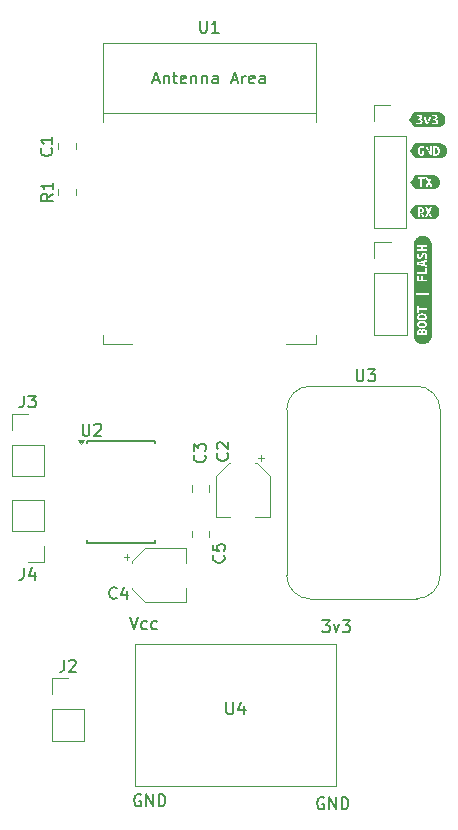
<source format=gbr>
%TF.GenerationSoftware,KiCad,Pcbnew,9.0.2-9.0.2-0~ubuntu24.04.1*%
%TF.CreationDate,2025-06-12T20:24:44+02:00*%
%TF.ProjectId,PCB_Robot,5043425f-526f-4626-9f74-2e6b69636164,rev?*%
%TF.SameCoordinates,Original*%
%TF.FileFunction,Legend,Top*%
%TF.FilePolarity,Positive*%
%FSLAX46Y46*%
G04 Gerber Fmt 4.6, Leading zero omitted, Abs format (unit mm)*
G04 Created by KiCad (PCBNEW 9.0.2-9.0.2-0~ubuntu24.04.1) date 2025-06-12 20:24:44*
%MOMM*%
%LPD*%
G01*
G04 APERTURE LIST*
%ADD10C,0.160000*%
%ADD11C,0.000000*%
%ADD12C,0.120000*%
%ADD13C,0.100000*%
%ADD14C,0.150000*%
G04 APERTURE END LIST*
D10*
X132188095Y-72664299D02*
X132188095Y-73473822D01*
X132188095Y-73473822D02*
X132235714Y-73569060D01*
X132235714Y-73569060D02*
X132283333Y-73616680D01*
X132283333Y-73616680D02*
X132378571Y-73664299D01*
X132378571Y-73664299D02*
X132569047Y-73664299D01*
X132569047Y-73664299D02*
X132664285Y-73616680D01*
X132664285Y-73616680D02*
X132711904Y-73569060D01*
X132711904Y-73569060D02*
X132759523Y-73473822D01*
X132759523Y-73473822D02*
X132759523Y-72664299D01*
X133759523Y-73664299D02*
X133188095Y-73664299D01*
X133473809Y-73664299D02*
X133473809Y-72664299D01*
X133473809Y-72664299D02*
X133378571Y-72807156D01*
X133378571Y-72807156D02*
X133283333Y-72902394D01*
X133283333Y-72902394D02*
X133188095Y-72950013D01*
X128188094Y-77678584D02*
X128664284Y-77678584D01*
X128092856Y-77964299D02*
X128426189Y-76964299D01*
X128426189Y-76964299D02*
X128759522Y-77964299D01*
X129092856Y-77297632D02*
X129092856Y-77964299D01*
X129092856Y-77392870D02*
X129140475Y-77345251D01*
X129140475Y-77345251D02*
X129235713Y-77297632D01*
X129235713Y-77297632D02*
X129378570Y-77297632D01*
X129378570Y-77297632D02*
X129473808Y-77345251D01*
X129473808Y-77345251D02*
X129521427Y-77440489D01*
X129521427Y-77440489D02*
X129521427Y-77964299D01*
X129854761Y-77297632D02*
X130235713Y-77297632D01*
X129997618Y-76964299D02*
X129997618Y-77821441D01*
X129997618Y-77821441D02*
X130045237Y-77916680D01*
X130045237Y-77916680D02*
X130140475Y-77964299D01*
X130140475Y-77964299D02*
X130235713Y-77964299D01*
X130949999Y-77916680D02*
X130854761Y-77964299D01*
X130854761Y-77964299D02*
X130664285Y-77964299D01*
X130664285Y-77964299D02*
X130569047Y-77916680D01*
X130569047Y-77916680D02*
X130521428Y-77821441D01*
X130521428Y-77821441D02*
X130521428Y-77440489D01*
X130521428Y-77440489D02*
X130569047Y-77345251D01*
X130569047Y-77345251D02*
X130664285Y-77297632D01*
X130664285Y-77297632D02*
X130854761Y-77297632D01*
X130854761Y-77297632D02*
X130949999Y-77345251D01*
X130949999Y-77345251D02*
X130997618Y-77440489D01*
X130997618Y-77440489D02*
X130997618Y-77535727D01*
X130997618Y-77535727D02*
X130521428Y-77630965D01*
X131426190Y-77297632D02*
X131426190Y-77964299D01*
X131426190Y-77392870D02*
X131473809Y-77345251D01*
X131473809Y-77345251D02*
X131569047Y-77297632D01*
X131569047Y-77297632D02*
X131711904Y-77297632D01*
X131711904Y-77297632D02*
X131807142Y-77345251D01*
X131807142Y-77345251D02*
X131854761Y-77440489D01*
X131854761Y-77440489D02*
X131854761Y-77964299D01*
X132330952Y-77297632D02*
X132330952Y-77964299D01*
X132330952Y-77392870D02*
X132378571Y-77345251D01*
X132378571Y-77345251D02*
X132473809Y-77297632D01*
X132473809Y-77297632D02*
X132616666Y-77297632D01*
X132616666Y-77297632D02*
X132711904Y-77345251D01*
X132711904Y-77345251D02*
X132759523Y-77440489D01*
X132759523Y-77440489D02*
X132759523Y-77964299D01*
X133664285Y-77964299D02*
X133664285Y-77440489D01*
X133664285Y-77440489D02*
X133616666Y-77345251D01*
X133616666Y-77345251D02*
X133521428Y-77297632D01*
X133521428Y-77297632D02*
X133330952Y-77297632D01*
X133330952Y-77297632D02*
X133235714Y-77345251D01*
X133664285Y-77916680D02*
X133569047Y-77964299D01*
X133569047Y-77964299D02*
X133330952Y-77964299D01*
X133330952Y-77964299D02*
X133235714Y-77916680D01*
X133235714Y-77916680D02*
X133188095Y-77821441D01*
X133188095Y-77821441D02*
X133188095Y-77726203D01*
X133188095Y-77726203D02*
X133235714Y-77630965D01*
X133235714Y-77630965D02*
X133330952Y-77583346D01*
X133330952Y-77583346D02*
X133569047Y-77583346D01*
X133569047Y-77583346D02*
X133664285Y-77535727D01*
X134854762Y-77678584D02*
X135330952Y-77678584D01*
X134759524Y-77964299D02*
X135092857Y-76964299D01*
X135092857Y-76964299D02*
X135426190Y-77964299D01*
X135759524Y-77964299D02*
X135759524Y-77297632D01*
X135759524Y-77488108D02*
X135807143Y-77392870D01*
X135807143Y-77392870D02*
X135854762Y-77345251D01*
X135854762Y-77345251D02*
X135950000Y-77297632D01*
X135950000Y-77297632D02*
X136045238Y-77297632D01*
X136759524Y-77916680D02*
X136664286Y-77964299D01*
X136664286Y-77964299D02*
X136473810Y-77964299D01*
X136473810Y-77964299D02*
X136378572Y-77916680D01*
X136378572Y-77916680D02*
X136330953Y-77821441D01*
X136330953Y-77821441D02*
X136330953Y-77440489D01*
X136330953Y-77440489D02*
X136378572Y-77345251D01*
X136378572Y-77345251D02*
X136473810Y-77297632D01*
X136473810Y-77297632D02*
X136664286Y-77297632D01*
X136664286Y-77297632D02*
X136759524Y-77345251D01*
X136759524Y-77345251D02*
X136807143Y-77440489D01*
X136807143Y-77440489D02*
X136807143Y-77535727D01*
X136807143Y-77535727D02*
X136330953Y-77630965D01*
X137664286Y-77964299D02*
X137664286Y-77440489D01*
X137664286Y-77440489D02*
X137616667Y-77345251D01*
X137616667Y-77345251D02*
X137521429Y-77297632D01*
X137521429Y-77297632D02*
X137330953Y-77297632D01*
X137330953Y-77297632D02*
X137235715Y-77345251D01*
X137664286Y-77916680D02*
X137569048Y-77964299D01*
X137569048Y-77964299D02*
X137330953Y-77964299D01*
X137330953Y-77964299D02*
X137235715Y-77916680D01*
X137235715Y-77916680D02*
X137188096Y-77821441D01*
X137188096Y-77821441D02*
X137188096Y-77726203D01*
X137188096Y-77726203D02*
X137235715Y-77630965D01*
X137235715Y-77630965D02*
X137330953Y-77583346D01*
X137330953Y-77583346D02*
X137569048Y-77583346D01*
X137569048Y-77583346D02*
X137664286Y-77535727D01*
X134411095Y-130381299D02*
X134411095Y-131190822D01*
X134411095Y-131190822D02*
X134458714Y-131286060D01*
X134458714Y-131286060D02*
X134506333Y-131333680D01*
X134506333Y-131333680D02*
X134601571Y-131381299D01*
X134601571Y-131381299D02*
X134792047Y-131381299D01*
X134792047Y-131381299D02*
X134887285Y-131333680D01*
X134887285Y-131333680D02*
X134934904Y-131286060D01*
X134934904Y-131286060D02*
X134982523Y-131190822D01*
X134982523Y-131190822D02*
X134982523Y-130381299D01*
X135887285Y-130714632D02*
X135887285Y-131381299D01*
X135649190Y-130333680D02*
X135411095Y-131047965D01*
X135411095Y-131047965D02*
X136030142Y-131047965D01*
X142533120Y-123438299D02*
X143152167Y-123438299D01*
X143152167Y-123438299D02*
X142818834Y-123819251D01*
X142818834Y-123819251D02*
X142961691Y-123819251D01*
X142961691Y-123819251D02*
X143056929Y-123866870D01*
X143056929Y-123866870D02*
X143104548Y-123914489D01*
X143104548Y-123914489D02*
X143152167Y-124009727D01*
X143152167Y-124009727D02*
X143152167Y-124247822D01*
X143152167Y-124247822D02*
X143104548Y-124343060D01*
X143104548Y-124343060D02*
X143056929Y-124390680D01*
X143056929Y-124390680D02*
X142961691Y-124438299D01*
X142961691Y-124438299D02*
X142675977Y-124438299D01*
X142675977Y-124438299D02*
X142580739Y-124390680D01*
X142580739Y-124390680D02*
X142533120Y-124343060D01*
X143485501Y-123771632D02*
X143723596Y-124438299D01*
X143723596Y-124438299D02*
X143961691Y-123771632D01*
X144247406Y-123438299D02*
X144866453Y-123438299D01*
X144866453Y-123438299D02*
X144533120Y-123819251D01*
X144533120Y-123819251D02*
X144675977Y-123819251D01*
X144675977Y-123819251D02*
X144771215Y-123866870D01*
X144771215Y-123866870D02*
X144818834Y-123914489D01*
X144818834Y-123914489D02*
X144866453Y-124009727D01*
X144866453Y-124009727D02*
X144866453Y-124247822D01*
X144866453Y-124247822D02*
X144818834Y-124343060D01*
X144818834Y-124343060D02*
X144771215Y-124390680D01*
X144771215Y-124390680D02*
X144675977Y-124438299D01*
X144675977Y-124438299D02*
X144390263Y-124438299D01*
X144390263Y-124438299D02*
X144295025Y-124390680D01*
X144295025Y-124390680D02*
X144247406Y-124343060D01*
X142644167Y-138471918D02*
X142548929Y-138424299D01*
X142548929Y-138424299D02*
X142406072Y-138424299D01*
X142406072Y-138424299D02*
X142263215Y-138471918D01*
X142263215Y-138471918D02*
X142167977Y-138567156D01*
X142167977Y-138567156D02*
X142120358Y-138662394D01*
X142120358Y-138662394D02*
X142072739Y-138852870D01*
X142072739Y-138852870D02*
X142072739Y-138995727D01*
X142072739Y-138995727D02*
X142120358Y-139186203D01*
X142120358Y-139186203D02*
X142167977Y-139281441D01*
X142167977Y-139281441D02*
X142263215Y-139376680D01*
X142263215Y-139376680D02*
X142406072Y-139424299D01*
X142406072Y-139424299D02*
X142501310Y-139424299D01*
X142501310Y-139424299D02*
X142644167Y-139376680D01*
X142644167Y-139376680D02*
X142691786Y-139329060D01*
X142691786Y-139329060D02*
X142691786Y-138995727D01*
X142691786Y-138995727D02*
X142501310Y-138995727D01*
X143120358Y-139424299D02*
X143120358Y-138424299D01*
X143120358Y-138424299D02*
X143691786Y-139424299D01*
X143691786Y-139424299D02*
X143691786Y-138424299D01*
X144167977Y-139424299D02*
X144167977Y-138424299D01*
X144167977Y-138424299D02*
X144406072Y-138424299D01*
X144406072Y-138424299D02*
X144548929Y-138471918D01*
X144548929Y-138471918D02*
X144644167Y-138567156D01*
X144644167Y-138567156D02*
X144691786Y-138662394D01*
X144691786Y-138662394D02*
X144739405Y-138852870D01*
X144739405Y-138852870D02*
X144739405Y-138995727D01*
X144739405Y-138995727D02*
X144691786Y-139186203D01*
X144691786Y-139186203D02*
X144644167Y-139281441D01*
X144644167Y-139281441D02*
X144548929Y-139376680D01*
X144548929Y-139376680D02*
X144406072Y-139424299D01*
X144406072Y-139424299D02*
X144167977Y-139424299D01*
X127150167Y-138217918D02*
X127054929Y-138170299D01*
X127054929Y-138170299D02*
X126912072Y-138170299D01*
X126912072Y-138170299D02*
X126769215Y-138217918D01*
X126769215Y-138217918D02*
X126673977Y-138313156D01*
X126673977Y-138313156D02*
X126626358Y-138408394D01*
X126626358Y-138408394D02*
X126578739Y-138598870D01*
X126578739Y-138598870D02*
X126578739Y-138741727D01*
X126578739Y-138741727D02*
X126626358Y-138932203D01*
X126626358Y-138932203D02*
X126673977Y-139027441D01*
X126673977Y-139027441D02*
X126769215Y-139122680D01*
X126769215Y-139122680D02*
X126912072Y-139170299D01*
X126912072Y-139170299D02*
X127007310Y-139170299D01*
X127007310Y-139170299D02*
X127150167Y-139122680D01*
X127150167Y-139122680D02*
X127197786Y-139075060D01*
X127197786Y-139075060D02*
X127197786Y-138741727D01*
X127197786Y-138741727D02*
X127007310Y-138741727D01*
X127626358Y-139170299D02*
X127626358Y-138170299D01*
X127626358Y-138170299D02*
X128197786Y-139170299D01*
X128197786Y-139170299D02*
X128197786Y-138170299D01*
X128673977Y-139170299D02*
X128673977Y-138170299D01*
X128673977Y-138170299D02*
X128912072Y-138170299D01*
X128912072Y-138170299D02*
X129054929Y-138217918D01*
X129054929Y-138217918D02*
X129150167Y-138313156D01*
X129150167Y-138313156D02*
X129197786Y-138408394D01*
X129197786Y-138408394D02*
X129245405Y-138598870D01*
X129245405Y-138598870D02*
X129245405Y-138741727D01*
X129245405Y-138741727D02*
X129197786Y-138932203D01*
X129197786Y-138932203D02*
X129150167Y-139027441D01*
X129150167Y-139027441D02*
X129054929Y-139122680D01*
X129054929Y-139122680D02*
X128912072Y-139170299D01*
X128912072Y-139170299D02*
X128673977Y-139170299D01*
X126229501Y-123184299D02*
X126562834Y-124184299D01*
X126562834Y-124184299D02*
X126896167Y-123184299D01*
X127658072Y-124136680D02*
X127562834Y-124184299D01*
X127562834Y-124184299D02*
X127372358Y-124184299D01*
X127372358Y-124184299D02*
X127277120Y-124136680D01*
X127277120Y-124136680D02*
X127229501Y-124089060D01*
X127229501Y-124089060D02*
X127181882Y-123993822D01*
X127181882Y-123993822D02*
X127181882Y-123708108D01*
X127181882Y-123708108D02*
X127229501Y-123612870D01*
X127229501Y-123612870D02*
X127277120Y-123565251D01*
X127277120Y-123565251D02*
X127372358Y-123517632D01*
X127372358Y-123517632D02*
X127562834Y-123517632D01*
X127562834Y-123517632D02*
X127658072Y-123565251D01*
X128515215Y-124136680D02*
X128419977Y-124184299D01*
X128419977Y-124184299D02*
X128229501Y-124184299D01*
X128229501Y-124184299D02*
X128134263Y-124136680D01*
X128134263Y-124136680D02*
X128086644Y-124089060D01*
X128086644Y-124089060D02*
X128039025Y-123993822D01*
X128039025Y-123993822D02*
X128039025Y-123708108D01*
X128039025Y-123708108D02*
X128086644Y-123612870D01*
X128086644Y-123612870D02*
X128134263Y-123565251D01*
X128134263Y-123565251D02*
X128229501Y-123517632D01*
X128229501Y-123517632D02*
X128419977Y-123517632D01*
X128419977Y-123517632D02*
X128515215Y-123565251D01*
X145440495Y-102171899D02*
X145440495Y-102981422D01*
X145440495Y-102981422D02*
X145488114Y-103076660D01*
X145488114Y-103076660D02*
X145535733Y-103124280D01*
X145535733Y-103124280D02*
X145630971Y-103171899D01*
X145630971Y-103171899D02*
X145821447Y-103171899D01*
X145821447Y-103171899D02*
X145916685Y-103124280D01*
X145916685Y-103124280D02*
X145964304Y-103076660D01*
X145964304Y-103076660D02*
X146011923Y-102981422D01*
X146011923Y-102981422D02*
X146011923Y-102171899D01*
X146392876Y-102171899D02*
X147011923Y-102171899D01*
X147011923Y-102171899D02*
X146678590Y-102552851D01*
X146678590Y-102552851D02*
X146821447Y-102552851D01*
X146821447Y-102552851D02*
X146916685Y-102600470D01*
X146916685Y-102600470D02*
X146964304Y-102648089D01*
X146964304Y-102648089D02*
X147011923Y-102743327D01*
X147011923Y-102743327D02*
X147011923Y-102981422D01*
X147011923Y-102981422D02*
X146964304Y-103076660D01*
X146964304Y-103076660D02*
X146916685Y-103124280D01*
X146916685Y-103124280D02*
X146821447Y-103171899D01*
X146821447Y-103171899D02*
X146535733Y-103171899D01*
X146535733Y-103171899D02*
X146440495Y-103124280D01*
X146440495Y-103124280D02*
X146392876Y-103076660D01*
X134166260Y-117921066D02*
X134213880Y-117968685D01*
X134213880Y-117968685D02*
X134261499Y-118111542D01*
X134261499Y-118111542D02*
X134261499Y-118206780D01*
X134261499Y-118206780D02*
X134213880Y-118349637D01*
X134213880Y-118349637D02*
X134118641Y-118444875D01*
X134118641Y-118444875D02*
X134023403Y-118492494D01*
X134023403Y-118492494D02*
X133832927Y-118540113D01*
X133832927Y-118540113D02*
X133690070Y-118540113D01*
X133690070Y-118540113D02*
X133499594Y-118492494D01*
X133499594Y-118492494D02*
X133404356Y-118444875D01*
X133404356Y-118444875D02*
X133309118Y-118349637D01*
X133309118Y-118349637D02*
X133261499Y-118206780D01*
X133261499Y-118206780D02*
X133261499Y-118111542D01*
X133261499Y-118111542D02*
X133309118Y-117968685D01*
X133309118Y-117968685D02*
X133356737Y-117921066D01*
X133261499Y-117016304D02*
X133261499Y-117492494D01*
X133261499Y-117492494D02*
X133737689Y-117540113D01*
X133737689Y-117540113D02*
X133690070Y-117492494D01*
X133690070Y-117492494D02*
X133642451Y-117397256D01*
X133642451Y-117397256D02*
X133642451Y-117159161D01*
X133642451Y-117159161D02*
X133690070Y-117063923D01*
X133690070Y-117063923D02*
X133737689Y-117016304D01*
X133737689Y-117016304D02*
X133832927Y-116968685D01*
X133832927Y-116968685D02*
X134071022Y-116968685D01*
X134071022Y-116968685D02*
X134166260Y-117016304D01*
X134166260Y-117016304D02*
X134213880Y-117063923D01*
X134213880Y-117063923D02*
X134261499Y-117159161D01*
X134261499Y-117159161D02*
X134261499Y-117397256D01*
X134261499Y-117397256D02*
X134213880Y-117492494D01*
X134213880Y-117492494D02*
X134166260Y-117540113D01*
X117266666Y-104399299D02*
X117266666Y-105113584D01*
X117266666Y-105113584D02*
X117219047Y-105256441D01*
X117219047Y-105256441D02*
X117123809Y-105351680D01*
X117123809Y-105351680D02*
X116980952Y-105399299D01*
X116980952Y-105399299D02*
X116885714Y-105399299D01*
X117647619Y-104399299D02*
X118266666Y-104399299D01*
X118266666Y-104399299D02*
X117933333Y-104780251D01*
X117933333Y-104780251D02*
X118076190Y-104780251D01*
X118076190Y-104780251D02*
X118171428Y-104827870D01*
X118171428Y-104827870D02*
X118219047Y-104875489D01*
X118219047Y-104875489D02*
X118266666Y-104970727D01*
X118266666Y-104970727D02*
X118266666Y-105208822D01*
X118266666Y-105208822D02*
X118219047Y-105304060D01*
X118219047Y-105304060D02*
X118171428Y-105351680D01*
X118171428Y-105351680D02*
X118076190Y-105399299D01*
X118076190Y-105399299D02*
X117790476Y-105399299D01*
X117790476Y-105399299D02*
X117695238Y-105351680D01*
X117695238Y-105351680D02*
X117647619Y-105304060D01*
X120666666Y-126774299D02*
X120666666Y-127488584D01*
X120666666Y-127488584D02*
X120619047Y-127631441D01*
X120619047Y-127631441D02*
X120523809Y-127726680D01*
X120523809Y-127726680D02*
X120380952Y-127774299D01*
X120380952Y-127774299D02*
X120285714Y-127774299D01*
X121095238Y-126869537D02*
X121142857Y-126821918D01*
X121142857Y-126821918D02*
X121238095Y-126774299D01*
X121238095Y-126774299D02*
X121476190Y-126774299D01*
X121476190Y-126774299D02*
X121571428Y-126821918D01*
X121571428Y-126821918D02*
X121619047Y-126869537D01*
X121619047Y-126869537D02*
X121666666Y-126964775D01*
X121666666Y-126964775D02*
X121666666Y-127060013D01*
X121666666Y-127060013D02*
X121619047Y-127202870D01*
X121619047Y-127202870D02*
X121047619Y-127774299D01*
X121047619Y-127774299D02*
X121666666Y-127774299D01*
X119704299Y-87316666D02*
X119228108Y-87649999D01*
X119704299Y-87888094D02*
X118704299Y-87888094D01*
X118704299Y-87888094D02*
X118704299Y-87507142D01*
X118704299Y-87507142D02*
X118751918Y-87411904D01*
X118751918Y-87411904D02*
X118799537Y-87364285D01*
X118799537Y-87364285D02*
X118894775Y-87316666D01*
X118894775Y-87316666D02*
X119037632Y-87316666D01*
X119037632Y-87316666D02*
X119132870Y-87364285D01*
X119132870Y-87364285D02*
X119180489Y-87411904D01*
X119180489Y-87411904D02*
X119228108Y-87507142D01*
X119228108Y-87507142D02*
X119228108Y-87888094D01*
X119704299Y-86364285D02*
X119704299Y-86935713D01*
X119704299Y-86649999D02*
X118704299Y-86649999D01*
X118704299Y-86649999D02*
X118847156Y-86745237D01*
X118847156Y-86745237D02*
X118942394Y-86840475D01*
X118942394Y-86840475D02*
X118990013Y-86935713D01*
X117266666Y-118974299D02*
X117266666Y-119688584D01*
X117266666Y-119688584D02*
X117219047Y-119831441D01*
X117219047Y-119831441D02*
X117123809Y-119926680D01*
X117123809Y-119926680D02*
X116980952Y-119974299D01*
X116980952Y-119974299D02*
X116885714Y-119974299D01*
X118171428Y-119307632D02*
X118171428Y-119974299D01*
X117933333Y-118926680D02*
X117695238Y-119640965D01*
X117695238Y-119640965D02*
X118314285Y-119640965D01*
X119579060Y-83466666D02*
X119626680Y-83514285D01*
X119626680Y-83514285D02*
X119674299Y-83657142D01*
X119674299Y-83657142D02*
X119674299Y-83752380D01*
X119674299Y-83752380D02*
X119626680Y-83895237D01*
X119626680Y-83895237D02*
X119531441Y-83990475D01*
X119531441Y-83990475D02*
X119436203Y-84038094D01*
X119436203Y-84038094D02*
X119245727Y-84085713D01*
X119245727Y-84085713D02*
X119102870Y-84085713D01*
X119102870Y-84085713D02*
X118912394Y-84038094D01*
X118912394Y-84038094D02*
X118817156Y-83990475D01*
X118817156Y-83990475D02*
X118721918Y-83895237D01*
X118721918Y-83895237D02*
X118674299Y-83752380D01*
X118674299Y-83752380D02*
X118674299Y-83657142D01*
X118674299Y-83657142D02*
X118721918Y-83514285D01*
X118721918Y-83514285D02*
X118769537Y-83466666D01*
X119674299Y-82514285D02*
X119674299Y-83085713D01*
X119674299Y-82799999D02*
X118674299Y-82799999D01*
X118674299Y-82799999D02*
X118817156Y-82895237D01*
X118817156Y-82895237D02*
X118912394Y-82990475D01*
X118912394Y-82990475D02*
X118960013Y-83085713D01*
X134471060Y-109285066D02*
X134518680Y-109332685D01*
X134518680Y-109332685D02*
X134566299Y-109475542D01*
X134566299Y-109475542D02*
X134566299Y-109570780D01*
X134566299Y-109570780D02*
X134518680Y-109713637D01*
X134518680Y-109713637D02*
X134423441Y-109808875D01*
X134423441Y-109808875D02*
X134328203Y-109856494D01*
X134328203Y-109856494D02*
X134137727Y-109904113D01*
X134137727Y-109904113D02*
X133994870Y-109904113D01*
X133994870Y-109904113D02*
X133804394Y-109856494D01*
X133804394Y-109856494D02*
X133709156Y-109808875D01*
X133709156Y-109808875D02*
X133613918Y-109713637D01*
X133613918Y-109713637D02*
X133566299Y-109570780D01*
X133566299Y-109570780D02*
X133566299Y-109475542D01*
X133566299Y-109475542D02*
X133613918Y-109332685D01*
X133613918Y-109332685D02*
X133661537Y-109285066D01*
X133661537Y-108904113D02*
X133613918Y-108856494D01*
X133613918Y-108856494D02*
X133566299Y-108761256D01*
X133566299Y-108761256D02*
X133566299Y-108523161D01*
X133566299Y-108523161D02*
X133613918Y-108427923D01*
X133613918Y-108427923D02*
X133661537Y-108380304D01*
X133661537Y-108380304D02*
X133756775Y-108332685D01*
X133756775Y-108332685D02*
X133852013Y-108332685D01*
X133852013Y-108332685D02*
X133994870Y-108380304D01*
X133994870Y-108380304D02*
X134566299Y-108951732D01*
X134566299Y-108951732D02*
X134566299Y-108332685D01*
X125106133Y-121517060D02*
X125058514Y-121564680D01*
X125058514Y-121564680D02*
X124915657Y-121612299D01*
X124915657Y-121612299D02*
X124820419Y-121612299D01*
X124820419Y-121612299D02*
X124677562Y-121564680D01*
X124677562Y-121564680D02*
X124582324Y-121469441D01*
X124582324Y-121469441D02*
X124534705Y-121374203D01*
X124534705Y-121374203D02*
X124487086Y-121183727D01*
X124487086Y-121183727D02*
X124487086Y-121040870D01*
X124487086Y-121040870D02*
X124534705Y-120850394D01*
X124534705Y-120850394D02*
X124582324Y-120755156D01*
X124582324Y-120755156D02*
X124677562Y-120659918D01*
X124677562Y-120659918D02*
X124820419Y-120612299D01*
X124820419Y-120612299D02*
X124915657Y-120612299D01*
X124915657Y-120612299D02*
X125058514Y-120659918D01*
X125058514Y-120659918D02*
X125106133Y-120707537D01*
X125963276Y-120945632D02*
X125963276Y-121612299D01*
X125725181Y-120564680D02*
X125487086Y-121278965D01*
X125487086Y-121278965D02*
X126106133Y-121278965D01*
X132559060Y-109429166D02*
X132606680Y-109476785D01*
X132606680Y-109476785D02*
X132654299Y-109619642D01*
X132654299Y-109619642D02*
X132654299Y-109714880D01*
X132654299Y-109714880D02*
X132606680Y-109857737D01*
X132606680Y-109857737D02*
X132511441Y-109952975D01*
X132511441Y-109952975D02*
X132416203Y-110000594D01*
X132416203Y-110000594D02*
X132225727Y-110048213D01*
X132225727Y-110048213D02*
X132082870Y-110048213D01*
X132082870Y-110048213D02*
X131892394Y-110000594D01*
X131892394Y-110000594D02*
X131797156Y-109952975D01*
X131797156Y-109952975D02*
X131701918Y-109857737D01*
X131701918Y-109857737D02*
X131654299Y-109714880D01*
X131654299Y-109714880D02*
X131654299Y-109619642D01*
X131654299Y-109619642D02*
X131701918Y-109476785D01*
X131701918Y-109476785D02*
X131749537Y-109429166D01*
X131654299Y-109095832D02*
X131654299Y-108476785D01*
X131654299Y-108476785D02*
X132035251Y-108810118D01*
X132035251Y-108810118D02*
X132035251Y-108667261D01*
X132035251Y-108667261D02*
X132082870Y-108572023D01*
X132082870Y-108572023D02*
X132130489Y-108524404D01*
X132130489Y-108524404D02*
X132225727Y-108476785D01*
X132225727Y-108476785D02*
X132463822Y-108476785D01*
X132463822Y-108476785D02*
X132559060Y-108524404D01*
X132559060Y-108524404D02*
X132606680Y-108572023D01*
X132606680Y-108572023D02*
X132654299Y-108667261D01*
X132654299Y-108667261D02*
X132654299Y-108952975D01*
X132654299Y-108952975D02*
X132606680Y-109048213D01*
X132606680Y-109048213D02*
X132559060Y-109095832D01*
X122228095Y-106794299D02*
X122228095Y-107603822D01*
X122228095Y-107603822D02*
X122275714Y-107699060D01*
X122275714Y-107699060D02*
X122323333Y-107746680D01*
X122323333Y-107746680D02*
X122418571Y-107794299D01*
X122418571Y-107794299D02*
X122609047Y-107794299D01*
X122609047Y-107794299D02*
X122704285Y-107746680D01*
X122704285Y-107746680D02*
X122751904Y-107699060D01*
X122751904Y-107699060D02*
X122799523Y-107603822D01*
X122799523Y-107603822D02*
X122799523Y-106794299D01*
X123228095Y-106889537D02*
X123275714Y-106841918D01*
X123275714Y-106841918D02*
X123370952Y-106794299D01*
X123370952Y-106794299D02*
X123609047Y-106794299D01*
X123609047Y-106794299D02*
X123704285Y-106841918D01*
X123704285Y-106841918D02*
X123751904Y-106889537D01*
X123751904Y-106889537D02*
X123799523Y-106984775D01*
X123799523Y-106984775D02*
X123799523Y-107080013D01*
X123799523Y-107080013D02*
X123751904Y-107222870D01*
X123751904Y-107222870D02*
X123180476Y-107794299D01*
X123180476Y-107794299D02*
X123799523Y-107794299D01*
D11*
%TO.C,kibuzzard-684B1AD4*%
G36*
X152378326Y-80396199D02*
G01*
X152439758Y-80405311D01*
X152500002Y-80420402D01*
X152558476Y-80441324D01*
X152614618Y-80467877D01*
X152667888Y-80499806D01*
X152717771Y-80536801D01*
X152763787Y-80578508D01*
X152805494Y-80624525D01*
X152842490Y-80674408D01*
X152874418Y-80727677D01*
X152900972Y-80783819D01*
X152921894Y-80842294D01*
X152936984Y-80902537D01*
X152946097Y-80963970D01*
X152949144Y-81026000D01*
X152946097Y-81088030D01*
X152936984Y-81149463D01*
X152921894Y-81209706D01*
X152900972Y-81268181D01*
X152874418Y-81324323D01*
X152842490Y-81377592D01*
X152805494Y-81427475D01*
X152763787Y-81473492D01*
X152717771Y-81515199D01*
X152667888Y-81552194D01*
X152614618Y-81584123D01*
X152558476Y-81610676D01*
X152500002Y-81631598D01*
X152439758Y-81646689D01*
X152378326Y-81655801D01*
X152316296Y-81658849D01*
X152316188Y-81658849D01*
X152008595Y-81658849D01*
X151337836Y-81658849D01*
X150716188Y-81658849D01*
X150493894Y-81658849D01*
X150278493Y-81658849D01*
X150105598Y-81399506D01*
X150493894Y-81399506D01*
X150533959Y-81413722D01*
X150590178Y-81427939D01*
X150653506Y-81438924D01*
X150716188Y-81443447D01*
X150790824Y-81438763D01*
X150854476Y-81424708D01*
X150907464Y-81402090D01*
X150950114Y-81371719D01*
X151005687Y-81290943D01*
X151023781Y-81188843D01*
X151015219Y-81123900D01*
X150989532Y-81068649D01*
X150948337Y-81024384D01*
X150893248Y-80992397D01*
X150965623Y-80925192D01*
X150992763Y-80833431D01*
X150990291Y-80819215D01*
X151105203Y-80819215D01*
X151132707Y-80909158D01*
X151160938Y-80995467D01*
X151189896Y-81078141D01*
X151219581Y-81157179D01*
X151259430Y-81255761D01*
X151298848Y-81345584D01*
X151337836Y-81426646D01*
X151470954Y-81426646D01*
X151484224Y-81399506D01*
X151786301Y-81399506D01*
X151826366Y-81413722D01*
X151882585Y-81427939D01*
X151945913Y-81438924D01*
X152008595Y-81443447D01*
X152083232Y-81438763D01*
X152146883Y-81424708D01*
X152199871Y-81402090D01*
X152242521Y-81371719D01*
X152298094Y-81290943D01*
X152316188Y-81188843D01*
X152307626Y-81123900D01*
X152281939Y-81068649D01*
X152240744Y-81024384D01*
X152185655Y-80992397D01*
X152258030Y-80925192D01*
X152285170Y-80833431D01*
X152269661Y-80744255D01*
X152221842Y-80672527D01*
X152139774Y-80625354D01*
X152085655Y-80612753D01*
X152022812Y-80608553D01*
X151954152Y-80614530D01*
X151892925Y-80632462D01*
X151800518Y-80679635D01*
X151857383Y-80795952D01*
X151934282Y-80759118D01*
X152024104Y-80744255D01*
X152097125Y-80769457D01*
X152123619Y-80838601D01*
X152111341Y-80887712D01*
X152079677Y-80918730D01*
X152035736Y-80935532D01*
X151986624Y-80940701D01*
X151927173Y-80940701D01*
X151927173Y-81072527D01*
X151976285Y-81072527D01*
X152047044Y-81078827D01*
X152104233Y-81097729D01*
X152142036Y-81132462D01*
X152154637Y-81186258D01*
X152121681Y-81272850D01*
X152076608Y-81299021D01*
X152007303Y-81307745D01*
X151946075Y-81304191D01*
X151894217Y-81293528D01*
X151817319Y-81266388D01*
X151786301Y-81399506D01*
X151484224Y-81399506D01*
X151510588Y-81345584D01*
X151551945Y-81255761D01*
X151595025Y-81157179D01*
X151627254Y-81078141D01*
X151658030Y-80995467D01*
X151687351Y-80909158D01*
X151715219Y-80819215D01*
X151553668Y-80819215D01*
X151540259Y-80869942D01*
X151523296Y-80923900D01*
X151504233Y-80979635D01*
X151484524Y-81035693D01*
X151464330Y-81091105D01*
X151443813Y-81144901D01*
X151406333Y-81241832D01*
X151370792Y-81144901D01*
X151352214Y-81091105D01*
X151333959Y-81035693D01*
X151316350Y-80979635D01*
X151299710Y-80923900D01*
X151284686Y-80869942D01*
X151271923Y-80819215D01*
X151105203Y-80819215D01*
X150990291Y-80819215D01*
X150977254Y-80744255D01*
X150929435Y-80672527D01*
X150847367Y-80625354D01*
X150793248Y-80612753D01*
X150730404Y-80608553D01*
X150661745Y-80614530D01*
X150600518Y-80632462D01*
X150508110Y-80679635D01*
X150564976Y-80795952D01*
X150641875Y-80759118D01*
X150731697Y-80744255D01*
X150804718Y-80769457D01*
X150831212Y-80838601D01*
X150818934Y-80887712D01*
X150787270Y-80918730D01*
X150743329Y-80935532D01*
X150694217Y-80940701D01*
X150634766Y-80940701D01*
X150634766Y-81072527D01*
X150683878Y-81072527D01*
X150754637Y-81078827D01*
X150811826Y-81097729D01*
X150849629Y-81132462D01*
X150862230Y-81186258D01*
X150829274Y-81272850D01*
X150784201Y-81299021D01*
X150714896Y-81307745D01*
X150653668Y-81304191D01*
X150601810Y-81293528D01*
X150524912Y-81266388D01*
X150493894Y-81399506D01*
X150105598Y-81399506D01*
X149856594Y-81026000D01*
X150278493Y-80393151D01*
X150493894Y-80393151D01*
X152316188Y-80393151D01*
X152316296Y-80393151D01*
X152378326Y-80396199D01*
G37*
%TO.C,kibuzzard-684B1AB8*%
G36*
X151886027Y-88232260D02*
G01*
X151946205Y-88241187D01*
X152005219Y-88255969D01*
X152062499Y-88276464D01*
X152117494Y-88302475D01*
X152169676Y-88333752D01*
X152218540Y-88369992D01*
X152263617Y-88410847D01*
X152304472Y-88455924D01*
X152340712Y-88504788D01*
X152371989Y-88556970D01*
X152398000Y-88611965D01*
X152418495Y-88669245D01*
X152433277Y-88728259D01*
X152442204Y-88788437D01*
X152445189Y-88849200D01*
X152442204Y-88909963D01*
X152433277Y-88970141D01*
X152418495Y-89029155D01*
X152398000Y-89086435D01*
X152371989Y-89141430D01*
X152340712Y-89193612D01*
X152304472Y-89242476D01*
X152263617Y-89287553D01*
X152218540Y-89328408D01*
X152169676Y-89364648D01*
X152117494Y-89395925D01*
X152062499Y-89421936D01*
X152005219Y-89442431D01*
X151946205Y-89457213D01*
X151886027Y-89466140D01*
X151825264Y-89469125D01*
X151825156Y-89469125D01*
X151653266Y-89469125D01*
X151178953Y-89469125D01*
X150616756Y-89469125D01*
X150401354Y-89469125D01*
X149988071Y-88849200D01*
X150243967Y-88465355D01*
X150616756Y-88465355D01*
X150616756Y-89253723D01*
X150775722Y-89253723D01*
X150775722Y-88959055D01*
X150858436Y-88959055D01*
X150902216Y-89032237D01*
X150943088Y-89104450D01*
X150980084Y-89177633D01*
X151012232Y-89253723D01*
X151178953Y-89253723D01*
X151207386Y-89253723D01*
X151379276Y-89253723D01*
X151409001Y-89183772D01*
X151443896Y-89105743D01*
X151481376Y-89025129D01*
X151518856Y-88947423D01*
X151556820Y-89027552D01*
X151593169Y-89107681D01*
X151625964Y-89184257D01*
X151653266Y-89253723D01*
X151825156Y-89253723D01*
X151790261Y-89169071D01*
X151766513Y-89117374D01*
X151739211Y-89061801D01*
X151709001Y-89003481D01*
X151676529Y-88943546D01*
X151642604Y-88884095D01*
X151608032Y-88827229D01*
X151812232Y-88453723D01*
X151651974Y-88453723D01*
X151518856Y-88709620D01*
X151392200Y-88453723D01*
X151220310Y-88453723D01*
X151429680Y-88831106D01*
X151398016Y-88887811D01*
X151365059Y-88946777D01*
X151332265Y-89006066D01*
X151301085Y-89063740D01*
X151272006Y-89118667D01*
X151245512Y-89169717D01*
X151207386Y-89253723D01*
X151178953Y-89253723D01*
X151142119Y-89169071D01*
X151097531Y-89079895D01*
X151049712Y-88994596D01*
X151003185Y-88920282D01*
X151059728Y-88883772D01*
X151097531Y-88833691D01*
X151118856Y-88773594D01*
X151125964Y-88707035D01*
X151120633Y-88644192D01*
X151104639Y-88590072D01*
X151043250Y-88508005D01*
X150999308Y-88479895D01*
X150947612Y-88460185D01*
X150888807Y-88448554D01*
X150823541Y-88444677D01*
X150778307Y-88445969D01*
X150724025Y-88449200D01*
X150667806Y-88455662D01*
X150616756Y-88465355D01*
X150243967Y-88465355D01*
X150401354Y-88229275D01*
X150616756Y-88229275D01*
X151825156Y-88229275D01*
X151825264Y-88229275D01*
X151886027Y-88232260D01*
G37*
G36*
X150880730Y-88590395D02*
G01*
X150925641Y-88612689D01*
X150954720Y-88650816D01*
X150964413Y-88705743D01*
X150928226Y-88795565D01*
X150880730Y-88819313D01*
X150810617Y-88827229D01*
X150775722Y-88827229D01*
X150775722Y-88586841D01*
X150801570Y-88583610D01*
X150823541Y-88582964D01*
X150880730Y-88590395D01*
G37*
%TO.C,kibuzzard-684B1AB0*%
G36*
X151920048Y-85696762D02*
G01*
X151979787Y-85705624D01*
X152038369Y-85720298D01*
X152095232Y-85740643D01*
X152149826Y-85766465D01*
X152201626Y-85797513D01*
X152250134Y-85833488D01*
X152294882Y-85874046D01*
X152335439Y-85918794D01*
X152371415Y-85967301D01*
X152402463Y-86019102D01*
X152428284Y-86073696D01*
X152448630Y-86130558D01*
X152463304Y-86189141D01*
X152472166Y-86248880D01*
X152475129Y-86309200D01*
X152472166Y-86369520D01*
X152463304Y-86429259D01*
X152448630Y-86487842D01*
X152428284Y-86544704D01*
X152402463Y-86599298D01*
X152371415Y-86651099D01*
X152335439Y-86699606D01*
X152294882Y-86744354D01*
X152250134Y-86784912D01*
X152201626Y-86820887D01*
X152149826Y-86851935D01*
X152095232Y-86877757D01*
X152038369Y-86898102D01*
X151979787Y-86912776D01*
X151920048Y-86921638D01*
X151859728Y-86924601D01*
X151859620Y-86924601D01*
X151687730Y-86924601D01*
X150984661Y-86924601D01*
X150613740Y-86924601D01*
X150398338Y-86924601D01*
X149988071Y-86309200D01*
X150166854Y-86041026D01*
X150613740Y-86041026D01*
X150824402Y-86041026D01*
X150824402Y-86709200D01*
X150984661Y-86709200D01*
X151241850Y-86709200D01*
X151413740Y-86709200D01*
X151443465Y-86639248D01*
X151478360Y-86561219D01*
X151515840Y-86480605D01*
X151553320Y-86402900D01*
X151591284Y-86483029D01*
X151627633Y-86563158D01*
X151660428Y-86639733D01*
X151687730Y-86709200D01*
X151859620Y-86709200D01*
X151824725Y-86624547D01*
X151800977Y-86572851D01*
X151773675Y-86517278D01*
X151743465Y-86458958D01*
X151710993Y-86399022D01*
X151677068Y-86339572D01*
X151642496Y-86282706D01*
X151846696Y-85909200D01*
X151686438Y-85909200D01*
X151553320Y-86165097D01*
X151426664Y-85909200D01*
X151254774Y-85909200D01*
X151464144Y-86286583D01*
X151432480Y-86343287D01*
X151399523Y-86402253D01*
X151366728Y-86461542D01*
X151335549Y-86519216D01*
X151306470Y-86574143D01*
X151279976Y-86625194D01*
X151241850Y-86709200D01*
X150984661Y-86709200D01*
X150984661Y-86041026D01*
X151195323Y-86041026D01*
X151195323Y-85909200D01*
X150613740Y-85909200D01*
X150613740Y-86041026D01*
X150166854Y-86041026D01*
X150398338Y-85693799D01*
X150613740Y-85693799D01*
X151859620Y-85693799D01*
X151859728Y-85693799D01*
X151920048Y-85696762D01*
G37*
%TO.C,kibuzzard-684B1A93*%
G36*
X151802121Y-92574363D02*
G01*
X151802121Y-93056431D01*
X151802121Y-93572101D01*
X151802121Y-94731391D01*
X151802121Y-95700696D01*
X151802121Y-96994395D01*
X151802121Y-97719436D01*
X151802121Y-98365639D01*
X151802121Y-99044153D01*
X151802121Y-99266447D01*
X151802121Y-99266555D01*
X151798395Y-99342393D01*
X151787254Y-99417500D01*
X151768805Y-99491154D01*
X151743225Y-99562645D01*
X151710761Y-99631284D01*
X151671726Y-99696411D01*
X151626494Y-99757398D01*
X151575503Y-99813658D01*
X151519243Y-99864649D01*
X151458256Y-99909880D01*
X151393130Y-99948916D01*
X151324490Y-99981380D01*
X151252999Y-100006960D01*
X151179345Y-100025409D01*
X151104238Y-100036550D01*
X151028400Y-100040276D01*
X150952562Y-100036550D01*
X150877455Y-100025409D01*
X150803801Y-100006960D01*
X150732310Y-99981380D01*
X150663670Y-99948916D01*
X150598544Y-99909880D01*
X150537557Y-99864649D01*
X150481297Y-99813658D01*
X150430306Y-99757398D01*
X150385074Y-99696411D01*
X150346039Y-99631284D01*
X150313575Y-99562645D01*
X150287995Y-99491154D01*
X150269546Y-99417500D01*
X150258405Y-99342393D01*
X150254679Y-99266555D01*
X150254679Y-99266447D01*
X150254679Y-99059662D01*
X150564426Y-99059662D01*
X150570242Y-99166932D01*
X150583812Y-99266447D01*
X151360549Y-99266447D01*
X151370726Y-99210551D01*
X151377996Y-99154008D01*
X151382358Y-99098111D01*
X151383812Y-99044153D01*
X151380742Y-98980341D01*
X151371534Y-98920728D01*
X151355056Y-98867093D01*
X151330177Y-98821213D01*
X151252633Y-98754654D01*
X151198190Y-98736237D01*
X151131793Y-98730098D01*
X151077511Y-98737368D01*
X151025815Y-98759177D01*
X150980581Y-98801342D01*
X150945686Y-98869678D01*
X150875896Y-98795365D01*
X150828723Y-98774525D01*
X150775088Y-98767578D01*
X150700129Y-98779210D01*
X150632277Y-98823152D01*
X150583166Y-98912328D01*
X150569111Y-98977594D01*
X150564426Y-99059662D01*
X150254679Y-99059662D01*
X150254679Y-98366932D01*
X150555379Y-98366932D01*
X150567082Y-98450795D01*
X150602193Y-98521446D01*
X150660710Y-98578887D01*
X150719717Y-98612247D01*
X150791405Y-98636076D01*
X150875775Y-98650373D01*
X150972826Y-98655139D01*
X151069878Y-98650494D01*
X151154248Y-98636560D01*
X151225936Y-98613337D01*
X151284943Y-98580825D01*
X151343460Y-98523887D01*
X151378571Y-98452159D01*
X151390274Y-98365639D01*
X151378571Y-98281202D01*
X151343460Y-98210551D01*
X151284943Y-98153685D01*
X151225936Y-98120890D01*
X151154248Y-98097465D01*
X151069878Y-98083410D01*
X150972826Y-98078725D01*
X150875775Y-98083329D01*
X150791405Y-98097142D01*
X150719717Y-98120163D01*
X150660710Y-98152392D01*
X150602193Y-98208971D01*
X150567082Y-98280484D01*
X150555379Y-98366932D01*
X150254679Y-98366932D01*
X150254679Y-97720728D01*
X150555379Y-97720728D01*
X150567082Y-97804591D01*
X150602193Y-97875243D01*
X150660710Y-97932683D01*
X150719717Y-97966043D01*
X150791405Y-97989872D01*
X150875775Y-98004169D01*
X150972826Y-98008935D01*
X151069878Y-98004290D01*
X151154248Y-97990357D01*
X151225936Y-97967134D01*
X151284943Y-97934622D01*
X151343460Y-97877684D01*
X151378571Y-97805955D01*
X151390274Y-97719436D01*
X151378571Y-97634999D01*
X151343460Y-97564347D01*
X151284943Y-97507481D01*
X151225936Y-97474686D01*
X151154248Y-97451261D01*
X151069878Y-97437206D01*
X150972826Y-97432521D01*
X150875775Y-97437126D01*
X150791405Y-97450938D01*
X150719717Y-97473959D01*
X150660710Y-97506189D01*
X150602193Y-97562767D01*
X150567082Y-97634281D01*
X150555379Y-97720728D01*
X150254679Y-97720728D01*
X150254679Y-96783733D01*
X150573473Y-96783733D01*
X150573473Y-97365316D01*
X150705298Y-97365316D01*
X150705298Y-97154654D01*
X151373473Y-97154654D01*
X151373473Y-96994395D01*
X150705298Y-96994395D01*
X150705298Y-96783733D01*
X150573473Y-96783733D01*
X150254679Y-96783733D01*
X150254679Y-95700696D01*
X150470080Y-95700696D01*
X150470080Y-95860954D01*
X151586720Y-95860954D01*
X151586720Y-95700696D01*
X150470080Y-95700696D01*
X150254679Y-95700696D01*
X150254679Y-94241568D01*
X150573473Y-94241568D01*
X150573473Y-94731391D01*
X151373473Y-94731391D01*
X151373473Y-94572425D01*
X151030985Y-94572425D01*
X151030985Y-94282925D01*
X150899159Y-94282925D01*
X150899159Y-94572425D01*
X150705298Y-94572425D01*
X150705298Y-94241568D01*
X150573473Y-94241568D01*
X150254679Y-94241568D01*
X150254679Y-93914589D01*
X150573473Y-93914589D01*
X150573473Y-94074848D01*
X151373473Y-94074848D01*
X151373473Y-93572101D01*
X151241647Y-93572101D01*
X151241647Y-93914589D01*
X150573473Y-93914589D01*
X150254679Y-93914589D01*
X150254679Y-93108127D01*
X150573473Y-93108127D01*
X150573473Y-93281310D01*
X150661962Y-93308693D01*
X150752956Y-93336560D01*
X150846453Y-93364912D01*
X150942455Y-93393749D01*
X151021938Y-93416961D01*
X151104781Y-93440069D01*
X151190985Y-93463074D01*
X151280549Y-93485975D01*
X151373473Y-93508774D01*
X151373473Y-93343345D01*
X151188658Y-93307158D01*
X151188658Y-93093911D01*
X151373473Y-93056431D01*
X151373473Y-92885833D01*
X151282772Y-92907158D01*
X151194707Y-92928741D01*
X151109279Y-92950583D01*
X151026487Y-92972683D01*
X150946332Y-92995042D01*
X150849119Y-93023192D01*
X150754571Y-93051423D01*
X150662689Y-93079735D01*
X150573473Y-93108127D01*
X150254679Y-93108127D01*
X150254679Y-92536883D01*
X150555379Y-92536883D01*
X150562415Y-92616079D01*
X150583525Y-92683069D01*
X150618707Y-92737853D01*
X150694313Y-92792618D01*
X150794474Y-92810874D01*
X150889466Y-92790195D01*
X150953440Y-92737853D01*
X150996090Y-92667416D01*
X151025815Y-92592457D01*
X151048432Y-92538176D01*
X151075573Y-92489064D01*
X151109822Y-92452877D01*
X151153763Y-92438660D01*
X151191889Y-92444476D01*
X151225492Y-92465801D01*
X151248755Y-92507804D01*
X151257156Y-92574363D01*
X151252633Y-92638822D01*
X151239062Y-92692618D01*
X151200290Y-92775979D01*
X151329531Y-92822505D01*
X151368949Y-92733329D01*
X151384943Y-92663862D01*
X151390274Y-92574363D01*
X151383453Y-92483679D01*
X151362990Y-92409797D01*
X151328885Y-92352715D01*
X151254733Y-92297950D01*
X151155056Y-92279694D01*
X151094797Y-92285187D01*
X151045847Y-92301665D01*
X150973473Y-92357885D01*
X150926946Y-92432845D01*
X150895282Y-92511035D01*
X150875896Y-92560793D01*
X150851986Y-92606027D01*
X150820969Y-92638984D01*
X150780258Y-92651908D01*
X150729280Y-92637835D01*
X150698693Y-92595616D01*
X150688497Y-92525252D01*
X150701421Y-92434137D01*
X150732439Y-92362408D01*
X150609660Y-92315882D01*
X150572180Y-92408289D01*
X150559579Y-92467901D01*
X150555379Y-92536883D01*
X150254679Y-92536883D01*
X150254679Y-91639953D01*
X150573473Y-91639953D01*
X150573473Y-91798919D01*
X150888820Y-91798919D01*
X150888820Y-92010874D01*
X150573473Y-92010874D01*
X150573473Y-92169840D01*
X151373473Y-92169840D01*
X151373473Y-92010874D01*
X151020646Y-92010874D01*
X151020646Y-91798919D01*
X151373473Y-91798919D01*
X151373473Y-91639953D01*
X150573473Y-91639953D01*
X150254679Y-91639953D01*
X150254679Y-91639845D01*
X150258405Y-91564007D01*
X150269546Y-91488900D01*
X150287995Y-91415246D01*
X150313575Y-91343755D01*
X150346039Y-91275116D01*
X150385074Y-91209989D01*
X150430306Y-91149002D01*
X150481297Y-91092742D01*
X150537557Y-91041751D01*
X150598544Y-90996520D01*
X150663670Y-90957484D01*
X150732310Y-90925020D01*
X150803801Y-90899440D01*
X150877455Y-90880991D01*
X150952562Y-90869850D01*
X151028400Y-90866124D01*
X151104238Y-90869850D01*
X151179345Y-90880991D01*
X151252999Y-90899440D01*
X151324490Y-90925020D01*
X151393130Y-90957484D01*
X151458256Y-90996520D01*
X151519243Y-91041751D01*
X151575503Y-91092742D01*
X151626494Y-91149002D01*
X151671726Y-91209989D01*
X151710761Y-91275116D01*
X151743225Y-91343755D01*
X151768805Y-91415246D01*
X151787254Y-91488900D01*
X151798395Y-91564007D01*
X151802121Y-91639845D01*
X151802121Y-91639953D01*
X151802121Y-92574363D01*
G37*
G36*
X151029046Y-98241407D02*
G01*
X151081389Y-98244799D01*
X151169919Y-98262893D01*
X151230016Y-98301665D01*
X151251986Y-98366932D01*
X151230016Y-98432845D01*
X151170565Y-98470971D01*
X151082035Y-98489064D01*
X151029208Y-98492457D01*
X150972826Y-98493588D01*
X150916607Y-98492457D01*
X150864264Y-98489064D01*
X150775734Y-98470971D01*
X150715637Y-98432845D01*
X150693667Y-98366932D01*
X150715637Y-98301019D01*
X150775088Y-98262893D01*
X150863618Y-98244799D01*
X150916445Y-98241407D01*
X150972826Y-98240276D01*
X151029046Y-98241407D01*
G37*
G36*
X151029046Y-97595203D02*
G01*
X151081389Y-97598596D01*
X151169919Y-97616690D01*
X151230016Y-97655462D01*
X151251986Y-97720728D01*
X151230016Y-97786641D01*
X151170565Y-97824767D01*
X151082035Y-97842861D01*
X151029208Y-97846253D01*
X150972826Y-97847384D01*
X150916607Y-97846253D01*
X150864264Y-97842861D01*
X150775734Y-97824767D01*
X150715637Y-97786641D01*
X150693667Y-97720728D01*
X150715637Y-97654816D01*
X150775088Y-97616690D01*
X150863618Y-97598596D01*
X150916445Y-97595203D01*
X150972826Y-97594072D01*
X151029046Y-97595203D01*
G37*
G36*
X151056833Y-93277433D02*
G01*
X150974119Y-93261278D01*
X150894636Y-93243184D01*
X150814507Y-93222505D01*
X150728562Y-93198596D01*
X150814507Y-93174686D01*
X150894636Y-93154008D01*
X150974119Y-93136560D01*
X151056833Y-93121051D01*
X151056833Y-93277433D01*
G37*
G36*
X151189305Y-98899404D02*
G01*
X151224200Y-98932360D01*
X151241001Y-98978240D01*
X151245524Y-99031229D01*
X151244232Y-99070647D01*
X151240355Y-99107481D01*
X151023230Y-99107481D01*
X151023230Y-99022182D01*
X151048432Y-98923313D01*
X151131793Y-98886479D01*
X151189305Y-98899404D01*
G37*
G36*
X150864911Y-98953685D02*
G01*
X150891405Y-99045446D01*
X150891405Y-99107481D01*
X150707883Y-99107481D01*
X150704006Y-99072586D01*
X150702713Y-99035106D01*
X150705944Y-98992457D01*
X150718868Y-98956269D01*
X150746009Y-98931714D01*
X150791889Y-98922667D01*
X150864911Y-98953685D01*
G37*
%TO.C,kibuzzard-684B1A20*%
G36*
X152535120Y-83037799D02*
G01*
X152596553Y-83046911D01*
X152656796Y-83062002D01*
X152715271Y-83082924D01*
X152771413Y-83109477D01*
X152824682Y-83141406D01*
X152874565Y-83178401D01*
X152920582Y-83220108D01*
X152962289Y-83266125D01*
X152999284Y-83316008D01*
X153031213Y-83369277D01*
X153057766Y-83425419D01*
X153078688Y-83483894D01*
X153093779Y-83544137D01*
X153102891Y-83605570D01*
X153105939Y-83667600D01*
X153102891Y-83729630D01*
X153093779Y-83791063D01*
X153078688Y-83851306D01*
X153057766Y-83909781D01*
X153031213Y-83965923D01*
X152999284Y-84019192D01*
X152962289Y-84069075D01*
X152920582Y-84115092D01*
X152874565Y-84156799D01*
X152824682Y-84193794D01*
X152771413Y-84225723D01*
X152715271Y-84252276D01*
X152656796Y-84273198D01*
X152596553Y-84288289D01*
X152535120Y-84297401D01*
X152473090Y-84300449D01*
X152472982Y-84300449D01*
X152102061Y-84300449D01*
X151674275Y-84300449D01*
X150931141Y-84300449D01*
X150604162Y-84300449D01*
X150388760Y-84300449D01*
X149966861Y-83667600D01*
X150604162Y-83667600D01*
X150609977Y-83764692D01*
X150627425Y-83849183D01*
X150655535Y-83920912D01*
X150693338Y-83979716D01*
X150740349Y-84025597D01*
X150796084Y-84058553D01*
X150859897Y-84078424D01*
X150931141Y-84085047D01*
X151010139Y-84081816D01*
X151076536Y-84072123D01*
X151091290Y-84068246D01*
X151274921Y-84068246D01*
X151418378Y-84068246D01*
X151418378Y-83537067D01*
X151466413Y-83625740D01*
X151512293Y-83714270D01*
X151556019Y-83802657D01*
X151597592Y-83891043D01*
X151637010Y-83979573D01*
X151674275Y-84068246D01*
X151802223Y-84068246D01*
X151802223Y-83278585D01*
X151931464Y-83278585D01*
X151931464Y-84059199D01*
X152018701Y-84074062D01*
X152102061Y-84078585D01*
X152180091Y-84072931D01*
X152251334Y-84055968D01*
X152314501Y-84026728D01*
X152368297Y-83984240D01*
X152412078Y-83927858D01*
X152445196Y-83856938D01*
X152466036Y-83770508D01*
X152472982Y-83667600D01*
X152466682Y-83566954D01*
X152447780Y-83482140D01*
X152417570Y-83412026D01*
X152377344Y-83355484D01*
X152327102Y-83312350D01*
X152266843Y-83282463D01*
X152198184Y-83265015D01*
X152122740Y-83259199D01*
X152033564Y-83263077D01*
X151931464Y-83278585D01*
X151802223Y-83278585D01*
X151802223Y-83268246D01*
X151658766Y-83268246D01*
X151658766Y-83760653D01*
X151635987Y-83710249D01*
X151609008Y-83652091D01*
X151578637Y-83589086D01*
X151545680Y-83524143D01*
X151510947Y-83458068D01*
X151475244Y-83391671D01*
X151439057Y-83327535D01*
X151402869Y-83268246D01*
X151274921Y-83268246D01*
X151274921Y-84068246D01*
X151091290Y-84068246D01*
X151165066Y-84048860D01*
X151165066Y-83649506D01*
X151006100Y-83649506D01*
X151006100Y-83941590D01*
X150975082Y-83945468D01*
X150944065Y-83946760D01*
X150866843Y-83929797D01*
X150810947Y-83878909D01*
X150785817Y-83825274D01*
X150770739Y-83754837D01*
X150765713Y-83667600D01*
X150768459Y-83608311D01*
X150776698Y-83554514D01*
X150812885Y-83466631D01*
X150876860Y-83409119D01*
X150972498Y-83388440D01*
X151057797Y-83402657D01*
X151127587Y-83434967D01*
X151168944Y-83308311D01*
X151142449Y-83292802D01*
X151097861Y-83273416D01*
X151033887Y-83257261D01*
X150950527Y-83250153D01*
X150880414Y-83256776D01*
X150814824Y-83276647D01*
X150755696Y-83309765D01*
X150704969Y-83356130D01*
X150663289Y-83415419D01*
X150631302Y-83487309D01*
X150610947Y-83571477D01*
X150604162Y-83667600D01*
X149966861Y-83667600D01*
X150388760Y-83034751D01*
X150604162Y-83034751D01*
X152472982Y-83034751D01*
X152473090Y-83034751D01*
X152535120Y-83037799D01*
G37*
G36*
X152223548Y-83420104D02*
G01*
X152276536Y-83480201D01*
X152303677Y-83566792D01*
X152311431Y-83667600D01*
X152309008Y-83724627D01*
X152301738Y-83776808D01*
X152269428Y-83862753D01*
X152209977Y-83919619D01*
X152118863Y-83940298D01*
X152104646Y-83940298D01*
X152090430Y-83939005D01*
X152090430Y-83401364D01*
X152113693Y-83398133D01*
X152136956Y-83397487D01*
X152223548Y-83420104D01*
G37*
D12*
%TO.C,U1*%
X123950000Y-74510000D02*
X123950000Y-81260000D01*
X123950000Y-74510000D02*
X141950000Y-74510000D01*
X123950000Y-99260000D02*
X123950000Y-100010000D01*
X123950000Y-100010000D02*
X124700000Y-100010000D01*
X124700000Y-100010000D02*
X126450000Y-100010000D01*
X141200000Y-100010000D02*
X139450000Y-100010000D01*
X141950000Y-74510000D02*
X141950000Y-81260000D01*
X141950000Y-80450000D02*
X123950000Y-80450000D01*
X141950000Y-99260000D02*
X141950000Y-100010000D01*
X141950000Y-100010000D02*
X141200000Y-100010000D01*
%TO.C,J1*%
X149630000Y-82440000D02*
X149630000Y-90170000D01*
X146870000Y-90170000D02*
X149630000Y-90170000D01*
X146870000Y-82440000D02*
X149630000Y-82440000D01*
X146870000Y-82440000D02*
X146870000Y-90170000D01*
X146870000Y-81170000D02*
X146870000Y-79790000D01*
X146870000Y-79790000D02*
X148250000Y-79790000D01*
%TO.C,U4*%
D13*
X126673000Y-125427000D02*
X143673000Y-125427000D01*
X143673000Y-137427000D01*
X126673000Y-137427000D01*
X126673000Y-125427000D01*
D12*
%TO.C,JP1*%
X146920000Y-91390000D02*
X148300000Y-91390000D01*
X146920000Y-92770000D02*
X146920000Y-91390000D01*
X146920000Y-94040000D02*
X146920000Y-99230000D01*
X146920000Y-94040000D02*
X149680000Y-94040000D01*
X146920000Y-99230000D02*
X149680000Y-99230000D01*
X149680000Y-94040000D02*
X149680000Y-99230000D01*
D13*
%TO.C,U3*%
X139500000Y-119600000D02*
X139500000Y-105600000D01*
X141500000Y-103600000D02*
X150500000Y-103600000D01*
X150500000Y-121600000D02*
X141500000Y-121600000D01*
X152500000Y-105600000D02*
X152500000Y-119600000D01*
X139500000Y-105600000D02*
G75*
G02*
X141500000Y-103600000I1999999J1D01*
G01*
X141500000Y-121600000D02*
G75*
G02*
X139500000Y-119600000I-1J1999999D01*
G01*
X150500000Y-103600000D02*
G75*
G02*
X152500000Y-105600000I0J-2000000D01*
G01*
X152500000Y-119600000D02*
G75*
G02*
X150500000Y-121600000I-2000000J0D01*
G01*
D12*
%TO.C,C5*%
X131465000Y-116361252D02*
X131465000Y-115838748D01*
X132935000Y-116361252D02*
X132935000Y-115838748D01*
%TO.C,J3*%
X116220000Y-105945000D02*
X117600000Y-105945000D01*
X116220000Y-107325000D02*
X116220000Y-105945000D01*
X116220000Y-108595000D02*
X116220000Y-111245000D01*
X116220000Y-108595000D02*
X118980000Y-108595000D01*
X116220000Y-111245000D02*
X118980000Y-111245000D01*
X118980000Y-108595000D02*
X118980000Y-111245000D01*
%TO.C,J2*%
X119620000Y-128320000D02*
X121000000Y-128320000D01*
X119620000Y-129700000D02*
X119620000Y-128320000D01*
X119620000Y-130970000D02*
X119620000Y-133620000D01*
X119620000Y-130970000D02*
X122380000Y-130970000D01*
X119620000Y-133620000D02*
X122380000Y-133620000D01*
X122380000Y-130970000D02*
X122380000Y-133620000D01*
%TO.C,R1*%
X120165000Y-87377064D02*
X120165000Y-86922936D01*
X121635000Y-87377064D02*
X121635000Y-86922936D01*
%TO.C,J4*%
X116220000Y-115870000D02*
X116220000Y-113220000D01*
X118980000Y-113220000D02*
X116220000Y-113220000D01*
X118980000Y-115870000D02*
X116220000Y-115870000D01*
X118980000Y-115870000D02*
X118980000Y-113220000D01*
X118980000Y-117140000D02*
X118980000Y-118520000D01*
X118980000Y-118520000D02*
X117600000Y-118520000D01*
%TO.C,C1*%
X120165000Y-83561252D02*
X120165000Y-83038748D01*
X121635000Y-83561252D02*
X121635000Y-83038748D01*
%TO.C,C2*%
X133540000Y-111204437D02*
X133540000Y-114660000D01*
X133540000Y-114660000D02*
X134740000Y-114660000D01*
X134604437Y-110140000D02*
X133540000Y-111204437D01*
X134604437Y-110140000D02*
X134740000Y-110140000D01*
X136995563Y-110140000D02*
X136860000Y-110140000D01*
X136995563Y-110140000D02*
X138060000Y-111204437D01*
X137360000Y-109400000D02*
X137360000Y-109900000D01*
X137610000Y-109650000D02*
X137110000Y-109650000D01*
X138060000Y-111204437D02*
X138060000Y-114660000D01*
X138060000Y-114660000D02*
X136860000Y-114660000D01*
%TO.C,C4*%
X125700000Y-118040000D02*
X126200000Y-118040000D01*
X125950000Y-117790000D02*
X125950000Y-118290000D01*
X126440000Y-118404437D02*
X126440000Y-118540000D01*
X126440000Y-118404437D02*
X127504437Y-117340000D01*
X126440000Y-120795563D02*
X126440000Y-120660000D01*
X126440000Y-120795563D02*
X127504437Y-121860000D01*
X127504437Y-117340000D02*
X130960000Y-117340000D01*
X127504437Y-121860000D02*
X130960000Y-121860000D01*
X130960000Y-117340000D02*
X130960000Y-118540000D01*
X130960000Y-121860000D02*
X130960000Y-120660000D01*
%TO.C,C3*%
X131465000Y-112001248D02*
X131465000Y-112523752D01*
X132935000Y-112001248D02*
X132935000Y-112523752D01*
D14*
%TO.C,U2*%
X122615000Y-108215000D02*
X122615000Y-108440000D01*
X122615000Y-108215000D02*
X128365000Y-108215000D01*
X122615000Y-116865000D02*
X122615000Y-116640000D01*
X122615000Y-116865000D02*
X128365000Y-116865000D01*
X128365000Y-108215000D02*
X128365000Y-108440000D01*
X128365000Y-116865000D02*
X128365000Y-116640000D01*
D12*
X122115000Y-108465000D02*
X121875000Y-108135000D01*
X122355000Y-108135000D01*
X122115000Y-108465000D01*
G36*
X122115000Y-108465000D02*
G01*
X121875000Y-108135000D01*
X122355000Y-108135000D01*
X122115000Y-108465000D01*
G37*
%TD*%
M02*

</source>
